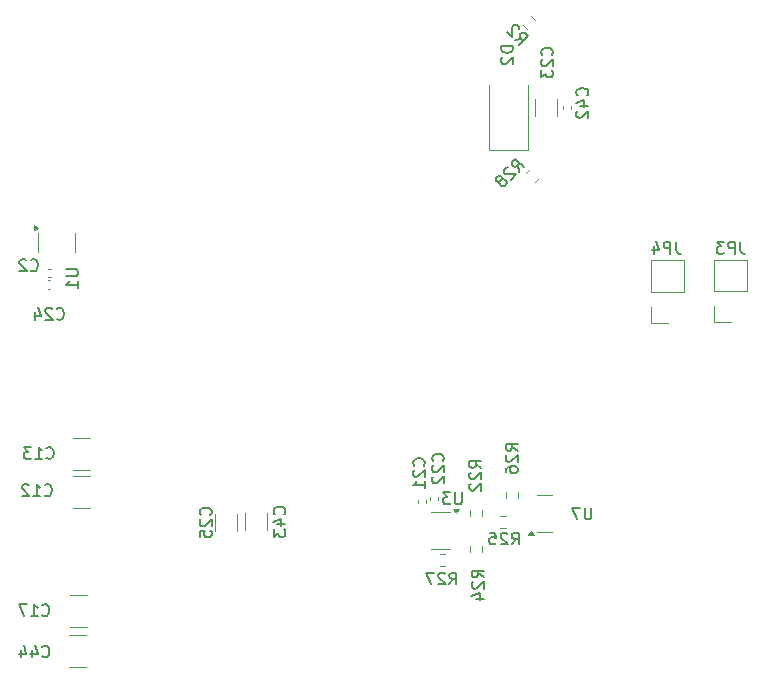
<source format=gbr>
G04 #@! TF.GenerationSoftware,KiCad,Pcbnew,9.0.1+1*
G04 #@! TF.CreationDate,2025-10-15T10:43:32+00:00*
G04 #@! TF.ProjectId,c64psu,63363470-7375-42e6-9b69-6361645f7063,rev?*
G04 #@! TF.SameCoordinates,Original*
G04 #@! TF.FileFunction,Legend,Bot*
G04 #@! TF.FilePolarity,Positive*
%FSLAX46Y46*%
G04 Gerber Fmt 4.6, Leading zero omitted, Abs format (unit mm)*
G04 Created by KiCad (PCBNEW 9.0.1+1) date 2025-10-15 10:43:32*
%MOMM*%
%LPD*%
G01*
G04 APERTURE LIST*
%ADD10C,0.150000*%
%ADD11C,0.120000*%
%ADD12C,2.500000*%
%ADD13C,1.400000*%
%ADD14C,3.600000*%
%ADD15C,5.600000*%
%ADD16R,1.700000X1.700000*%
%ADD17C,1.700000*%
%ADD18O,1.754000X1.254000*%
%ADD19O,2.154000X1.254000*%
%ADD20C,2.400000*%
%ADD21C,2.154000*%
G04 APERTURE END LIST*
D10*
X197004819Y-43486905D02*
X196004819Y-43486905D01*
X196004819Y-43486905D02*
X196004819Y-43725000D01*
X196004819Y-43725000D02*
X196052438Y-43867857D01*
X196052438Y-43867857D02*
X196147676Y-43963095D01*
X196147676Y-43963095D02*
X196242914Y-44010714D01*
X196242914Y-44010714D02*
X196433390Y-44058333D01*
X196433390Y-44058333D02*
X196576247Y-44058333D01*
X196576247Y-44058333D02*
X196766723Y-44010714D01*
X196766723Y-44010714D02*
X196861961Y-43963095D01*
X196861961Y-43963095D02*
X196957200Y-43867857D01*
X196957200Y-43867857D02*
X197004819Y-43725000D01*
X197004819Y-43725000D02*
X197004819Y-43486905D01*
X196100057Y-44439286D02*
X196052438Y-44486905D01*
X196052438Y-44486905D02*
X196004819Y-44582143D01*
X196004819Y-44582143D02*
X196004819Y-44820238D01*
X196004819Y-44820238D02*
X196052438Y-44915476D01*
X196052438Y-44915476D02*
X196100057Y-44963095D01*
X196100057Y-44963095D02*
X196195295Y-45010714D01*
X196195295Y-45010714D02*
X196290533Y-45010714D01*
X196290533Y-45010714D02*
X196433390Y-44963095D01*
X196433390Y-44963095D02*
X197004819Y-44391667D01*
X197004819Y-44391667D02*
X197004819Y-45010714D01*
X194529819Y-88457142D02*
X194053628Y-88123809D01*
X194529819Y-87885714D02*
X193529819Y-87885714D01*
X193529819Y-87885714D02*
X193529819Y-88266666D01*
X193529819Y-88266666D02*
X193577438Y-88361904D01*
X193577438Y-88361904D02*
X193625057Y-88409523D01*
X193625057Y-88409523D02*
X193720295Y-88457142D01*
X193720295Y-88457142D02*
X193863152Y-88457142D01*
X193863152Y-88457142D02*
X193958390Y-88409523D01*
X193958390Y-88409523D02*
X194006009Y-88361904D01*
X194006009Y-88361904D02*
X194053628Y-88266666D01*
X194053628Y-88266666D02*
X194053628Y-87885714D01*
X193625057Y-88838095D02*
X193577438Y-88885714D01*
X193577438Y-88885714D02*
X193529819Y-88980952D01*
X193529819Y-88980952D02*
X193529819Y-89219047D01*
X193529819Y-89219047D02*
X193577438Y-89314285D01*
X193577438Y-89314285D02*
X193625057Y-89361904D01*
X193625057Y-89361904D02*
X193720295Y-89409523D01*
X193720295Y-89409523D02*
X193815533Y-89409523D01*
X193815533Y-89409523D02*
X193958390Y-89361904D01*
X193958390Y-89361904D02*
X194529819Y-88790476D01*
X194529819Y-88790476D02*
X194529819Y-89409523D01*
X193863152Y-90266666D02*
X194529819Y-90266666D01*
X193482200Y-90028571D02*
X194196485Y-89790476D01*
X194196485Y-89790476D02*
X194196485Y-90409523D01*
X192671904Y-81274819D02*
X192671904Y-82084342D01*
X192671904Y-82084342D02*
X192624285Y-82179580D01*
X192624285Y-82179580D02*
X192576666Y-82227200D01*
X192576666Y-82227200D02*
X192481428Y-82274819D01*
X192481428Y-82274819D02*
X192290952Y-82274819D01*
X192290952Y-82274819D02*
X192195714Y-82227200D01*
X192195714Y-82227200D02*
X192148095Y-82179580D01*
X192148095Y-82179580D02*
X192100476Y-82084342D01*
X192100476Y-82084342D02*
X192100476Y-81274819D01*
X191719523Y-81274819D02*
X191100476Y-81274819D01*
X191100476Y-81274819D02*
X191433809Y-81655771D01*
X191433809Y-81655771D02*
X191290952Y-81655771D01*
X191290952Y-81655771D02*
X191195714Y-81703390D01*
X191195714Y-81703390D02*
X191148095Y-81751009D01*
X191148095Y-81751009D02*
X191100476Y-81846247D01*
X191100476Y-81846247D02*
X191100476Y-82084342D01*
X191100476Y-82084342D02*
X191148095Y-82179580D01*
X191148095Y-82179580D02*
X191195714Y-82227200D01*
X191195714Y-82227200D02*
X191290952Y-82274819D01*
X191290952Y-82274819D02*
X191576666Y-82274819D01*
X191576666Y-82274819D02*
X191671904Y-82227200D01*
X191671904Y-82227200D02*
X191719523Y-82179580D01*
X159170019Y-62382495D02*
X159979542Y-62382495D01*
X159979542Y-62382495D02*
X160074780Y-62430114D01*
X160074780Y-62430114D02*
X160122400Y-62477733D01*
X160122400Y-62477733D02*
X160170019Y-62572971D01*
X160170019Y-62572971D02*
X160170019Y-62763447D01*
X160170019Y-62763447D02*
X160122400Y-62858685D01*
X160122400Y-62858685D02*
X160074780Y-62906304D01*
X160074780Y-62906304D02*
X159979542Y-62953923D01*
X159979542Y-62953923D02*
X159170019Y-62953923D01*
X160170019Y-63953923D02*
X160170019Y-63382495D01*
X160170019Y-63668209D02*
X159170019Y-63668209D01*
X159170019Y-63668209D02*
X159312876Y-63572971D01*
X159312876Y-63572971D02*
X159408114Y-63477733D01*
X159408114Y-63477733D02*
X159455733Y-63382495D01*
X191642857Y-89054819D02*
X191976190Y-88578628D01*
X192214285Y-89054819D02*
X192214285Y-88054819D01*
X192214285Y-88054819D02*
X191833333Y-88054819D01*
X191833333Y-88054819D02*
X191738095Y-88102438D01*
X191738095Y-88102438D02*
X191690476Y-88150057D01*
X191690476Y-88150057D02*
X191642857Y-88245295D01*
X191642857Y-88245295D02*
X191642857Y-88388152D01*
X191642857Y-88388152D02*
X191690476Y-88483390D01*
X191690476Y-88483390D02*
X191738095Y-88531009D01*
X191738095Y-88531009D02*
X191833333Y-88578628D01*
X191833333Y-88578628D02*
X192214285Y-88578628D01*
X191261904Y-88150057D02*
X191214285Y-88102438D01*
X191214285Y-88102438D02*
X191119047Y-88054819D01*
X191119047Y-88054819D02*
X190880952Y-88054819D01*
X190880952Y-88054819D02*
X190785714Y-88102438D01*
X190785714Y-88102438D02*
X190738095Y-88150057D01*
X190738095Y-88150057D02*
X190690476Y-88245295D01*
X190690476Y-88245295D02*
X190690476Y-88340533D01*
X190690476Y-88340533D02*
X190738095Y-88483390D01*
X190738095Y-88483390D02*
X191309523Y-89054819D01*
X191309523Y-89054819D02*
X190690476Y-89054819D01*
X190357142Y-88054819D02*
X189690476Y-88054819D01*
X189690476Y-88054819D02*
X190119047Y-89054819D01*
X197404819Y-77732142D02*
X196928628Y-77398809D01*
X197404819Y-77160714D02*
X196404819Y-77160714D01*
X196404819Y-77160714D02*
X196404819Y-77541666D01*
X196404819Y-77541666D02*
X196452438Y-77636904D01*
X196452438Y-77636904D02*
X196500057Y-77684523D01*
X196500057Y-77684523D02*
X196595295Y-77732142D01*
X196595295Y-77732142D02*
X196738152Y-77732142D01*
X196738152Y-77732142D02*
X196833390Y-77684523D01*
X196833390Y-77684523D02*
X196881009Y-77636904D01*
X196881009Y-77636904D02*
X196928628Y-77541666D01*
X196928628Y-77541666D02*
X196928628Y-77160714D01*
X196500057Y-78113095D02*
X196452438Y-78160714D01*
X196452438Y-78160714D02*
X196404819Y-78255952D01*
X196404819Y-78255952D02*
X196404819Y-78494047D01*
X196404819Y-78494047D02*
X196452438Y-78589285D01*
X196452438Y-78589285D02*
X196500057Y-78636904D01*
X196500057Y-78636904D02*
X196595295Y-78684523D01*
X196595295Y-78684523D02*
X196690533Y-78684523D01*
X196690533Y-78684523D02*
X196833390Y-78636904D01*
X196833390Y-78636904D02*
X197404819Y-78065476D01*
X197404819Y-78065476D02*
X197404819Y-78684523D01*
X196404819Y-79541666D02*
X196404819Y-79351190D01*
X196404819Y-79351190D02*
X196452438Y-79255952D01*
X196452438Y-79255952D02*
X196500057Y-79208333D01*
X196500057Y-79208333D02*
X196642914Y-79113095D01*
X196642914Y-79113095D02*
X196833390Y-79065476D01*
X196833390Y-79065476D02*
X197214342Y-79065476D01*
X197214342Y-79065476D02*
X197309580Y-79113095D01*
X197309580Y-79113095D02*
X197357200Y-79160714D01*
X197357200Y-79160714D02*
X197404819Y-79255952D01*
X197404819Y-79255952D02*
X197404819Y-79446428D01*
X197404819Y-79446428D02*
X197357200Y-79541666D01*
X197357200Y-79541666D02*
X197309580Y-79589285D01*
X197309580Y-79589285D02*
X197214342Y-79636904D01*
X197214342Y-79636904D02*
X196976247Y-79636904D01*
X196976247Y-79636904D02*
X196881009Y-79589285D01*
X196881009Y-79589285D02*
X196833390Y-79541666D01*
X196833390Y-79541666D02*
X196785771Y-79446428D01*
X196785771Y-79446428D02*
X196785771Y-79255952D01*
X196785771Y-79255952D02*
X196833390Y-79160714D01*
X196833390Y-79160714D02*
X196881009Y-79113095D01*
X196881009Y-79113095D02*
X196976247Y-79065476D01*
X157157657Y-95152380D02*
X157205276Y-95200000D01*
X157205276Y-95200000D02*
X157348133Y-95247619D01*
X157348133Y-95247619D02*
X157443371Y-95247619D01*
X157443371Y-95247619D02*
X157586228Y-95200000D01*
X157586228Y-95200000D02*
X157681466Y-95104761D01*
X157681466Y-95104761D02*
X157729085Y-95009523D01*
X157729085Y-95009523D02*
X157776704Y-94819047D01*
X157776704Y-94819047D02*
X157776704Y-94676190D01*
X157776704Y-94676190D02*
X157729085Y-94485714D01*
X157729085Y-94485714D02*
X157681466Y-94390476D01*
X157681466Y-94390476D02*
X157586228Y-94295238D01*
X157586228Y-94295238D02*
X157443371Y-94247619D01*
X157443371Y-94247619D02*
X157348133Y-94247619D01*
X157348133Y-94247619D02*
X157205276Y-94295238D01*
X157205276Y-94295238D02*
X157157657Y-94342857D01*
X156300514Y-94580952D02*
X156300514Y-95247619D01*
X156538609Y-94200000D02*
X156776704Y-94914285D01*
X156776704Y-94914285D02*
X156157657Y-94914285D01*
X155348133Y-94580952D02*
X155348133Y-95247619D01*
X155586228Y-94200000D02*
X155824323Y-94914285D01*
X155824323Y-94914285D02*
X155205276Y-94914285D01*
X157513257Y-78337580D02*
X157560876Y-78385200D01*
X157560876Y-78385200D02*
X157703733Y-78432819D01*
X157703733Y-78432819D02*
X157798971Y-78432819D01*
X157798971Y-78432819D02*
X157941828Y-78385200D01*
X157941828Y-78385200D02*
X158037066Y-78289961D01*
X158037066Y-78289961D02*
X158084685Y-78194723D01*
X158084685Y-78194723D02*
X158132304Y-78004247D01*
X158132304Y-78004247D02*
X158132304Y-77861390D01*
X158132304Y-77861390D02*
X158084685Y-77670914D01*
X158084685Y-77670914D02*
X158037066Y-77575676D01*
X158037066Y-77575676D02*
X157941828Y-77480438D01*
X157941828Y-77480438D02*
X157798971Y-77432819D01*
X157798971Y-77432819D02*
X157703733Y-77432819D01*
X157703733Y-77432819D02*
X157560876Y-77480438D01*
X157560876Y-77480438D02*
X157513257Y-77528057D01*
X156560876Y-78432819D02*
X157132304Y-78432819D01*
X156846590Y-78432819D02*
X156846590Y-77432819D01*
X156846590Y-77432819D02*
X156941828Y-77575676D01*
X156941828Y-77575676D02*
X157037066Y-77670914D01*
X157037066Y-77670914D02*
X157132304Y-77718533D01*
X156227542Y-77432819D02*
X155608495Y-77432819D01*
X155608495Y-77432819D02*
X155941828Y-77813771D01*
X155941828Y-77813771D02*
X155798971Y-77813771D01*
X155798971Y-77813771D02*
X155703733Y-77861390D01*
X155703733Y-77861390D02*
X155656114Y-77909009D01*
X155656114Y-77909009D02*
X155608495Y-78004247D01*
X155608495Y-78004247D02*
X155608495Y-78242342D01*
X155608495Y-78242342D02*
X155656114Y-78337580D01*
X155656114Y-78337580D02*
X155703733Y-78385200D01*
X155703733Y-78385200D02*
X155798971Y-78432819D01*
X155798971Y-78432819D02*
X156084685Y-78432819D01*
X156084685Y-78432819D02*
X156179923Y-78385200D01*
X156179923Y-78385200D02*
X156227542Y-78337580D01*
X177651580Y-83119358D02*
X177699200Y-83071739D01*
X177699200Y-83071739D02*
X177746819Y-82928882D01*
X177746819Y-82928882D02*
X177746819Y-82833644D01*
X177746819Y-82833644D02*
X177699200Y-82690787D01*
X177699200Y-82690787D02*
X177603961Y-82595549D01*
X177603961Y-82595549D02*
X177508723Y-82547930D01*
X177508723Y-82547930D02*
X177318247Y-82500311D01*
X177318247Y-82500311D02*
X177175390Y-82500311D01*
X177175390Y-82500311D02*
X176984914Y-82547930D01*
X176984914Y-82547930D02*
X176889676Y-82595549D01*
X176889676Y-82595549D02*
X176794438Y-82690787D01*
X176794438Y-82690787D02*
X176746819Y-82833644D01*
X176746819Y-82833644D02*
X176746819Y-82928882D01*
X176746819Y-82928882D02*
X176794438Y-83071739D01*
X176794438Y-83071739D02*
X176842057Y-83119358D01*
X177080152Y-83976501D02*
X177746819Y-83976501D01*
X176699200Y-83738406D02*
X177413485Y-83500311D01*
X177413485Y-83500311D02*
X177413485Y-84119358D01*
X176746819Y-84405073D02*
X176746819Y-85024120D01*
X176746819Y-85024120D02*
X177127771Y-84690787D01*
X177127771Y-84690787D02*
X177127771Y-84833644D01*
X177127771Y-84833644D02*
X177175390Y-84928882D01*
X177175390Y-84928882D02*
X177223009Y-84976501D01*
X177223009Y-84976501D02*
X177318247Y-85024120D01*
X177318247Y-85024120D02*
X177556342Y-85024120D01*
X177556342Y-85024120D02*
X177651580Y-84976501D01*
X177651580Y-84976501D02*
X177699200Y-84928882D01*
X177699200Y-84928882D02*
X177746819Y-84833644D01*
X177746819Y-84833644D02*
X177746819Y-84547930D01*
X177746819Y-84547930D02*
X177699200Y-84452692D01*
X177699200Y-84452692D02*
X177651580Y-84405073D01*
X197526174Y-54117036D02*
X197425159Y-53544617D01*
X197930235Y-53712975D02*
X197223128Y-53005869D01*
X197223128Y-53005869D02*
X196953754Y-53275243D01*
X196953754Y-53275243D02*
X196920082Y-53376258D01*
X196920082Y-53376258D02*
X196920082Y-53443601D01*
X196920082Y-53443601D02*
X196953754Y-53544617D01*
X196953754Y-53544617D02*
X197054769Y-53645632D01*
X197054769Y-53645632D02*
X197155785Y-53679304D01*
X197155785Y-53679304D02*
X197223128Y-53679304D01*
X197223128Y-53679304D02*
X197324143Y-53645632D01*
X197324143Y-53645632D02*
X197593517Y-53376258D01*
X196617037Y-53746647D02*
X196549693Y-53746647D01*
X196549693Y-53746647D02*
X196448678Y-53780319D01*
X196448678Y-53780319D02*
X196280319Y-53948678D01*
X196280319Y-53948678D02*
X196246647Y-54049693D01*
X196246647Y-54049693D02*
X196246647Y-54117036D01*
X196246647Y-54117036D02*
X196280319Y-54218052D01*
X196280319Y-54218052D02*
X196347663Y-54285395D01*
X196347663Y-54285395D02*
X196482350Y-54352739D01*
X196482350Y-54352739D02*
X197290472Y-54352739D01*
X197290472Y-54352739D02*
X196852739Y-54790471D01*
X196044617Y-54790472D02*
X196078288Y-54689456D01*
X196078288Y-54689456D02*
X196078288Y-54622113D01*
X196078288Y-54622113D02*
X196044617Y-54521098D01*
X196044617Y-54521098D02*
X196010945Y-54487426D01*
X196010945Y-54487426D02*
X195909930Y-54453754D01*
X195909930Y-54453754D02*
X195842586Y-54453754D01*
X195842586Y-54453754D02*
X195741571Y-54487426D01*
X195741571Y-54487426D02*
X195606884Y-54622113D01*
X195606884Y-54622113D02*
X195573212Y-54723128D01*
X195573212Y-54723128D02*
X195573212Y-54790472D01*
X195573212Y-54790472D02*
X195606884Y-54891487D01*
X195606884Y-54891487D02*
X195640556Y-54925159D01*
X195640556Y-54925159D02*
X195741571Y-54958830D01*
X195741571Y-54958830D02*
X195808914Y-54958830D01*
X195808914Y-54958830D02*
X195909930Y-54925159D01*
X195909930Y-54925159D02*
X196044617Y-54790472D01*
X196044617Y-54790472D02*
X196145632Y-54756800D01*
X196145632Y-54756800D02*
X196212975Y-54756800D01*
X196212975Y-54756800D02*
X196313991Y-54790472D01*
X196313991Y-54790472D02*
X196448678Y-54925159D01*
X196448678Y-54925159D02*
X196482349Y-55026174D01*
X196482349Y-55026174D02*
X196482349Y-55093517D01*
X196482349Y-55093517D02*
X196448678Y-55194533D01*
X196448678Y-55194533D02*
X196313991Y-55329220D01*
X196313991Y-55329220D02*
X196212975Y-55362891D01*
X196212975Y-55362891D02*
X196145632Y-55362891D01*
X196145632Y-55362891D02*
X196044617Y-55329220D01*
X196044617Y-55329220D02*
X195909930Y-55194533D01*
X195909930Y-55194533D02*
X195876258Y-55093517D01*
X195876258Y-55093517D02*
X195876258Y-55026174D01*
X195876258Y-55026174D02*
X195909930Y-54925159D01*
X200309580Y-44232142D02*
X200357200Y-44184523D01*
X200357200Y-44184523D02*
X200404819Y-44041666D01*
X200404819Y-44041666D02*
X200404819Y-43946428D01*
X200404819Y-43946428D02*
X200357200Y-43803571D01*
X200357200Y-43803571D02*
X200261961Y-43708333D01*
X200261961Y-43708333D02*
X200166723Y-43660714D01*
X200166723Y-43660714D02*
X199976247Y-43613095D01*
X199976247Y-43613095D02*
X199833390Y-43613095D01*
X199833390Y-43613095D02*
X199642914Y-43660714D01*
X199642914Y-43660714D02*
X199547676Y-43708333D01*
X199547676Y-43708333D02*
X199452438Y-43803571D01*
X199452438Y-43803571D02*
X199404819Y-43946428D01*
X199404819Y-43946428D02*
X199404819Y-44041666D01*
X199404819Y-44041666D02*
X199452438Y-44184523D01*
X199452438Y-44184523D02*
X199500057Y-44232142D01*
X199500057Y-44613095D02*
X199452438Y-44660714D01*
X199452438Y-44660714D02*
X199404819Y-44755952D01*
X199404819Y-44755952D02*
X199404819Y-44994047D01*
X199404819Y-44994047D02*
X199452438Y-45089285D01*
X199452438Y-45089285D02*
X199500057Y-45136904D01*
X199500057Y-45136904D02*
X199595295Y-45184523D01*
X199595295Y-45184523D02*
X199690533Y-45184523D01*
X199690533Y-45184523D02*
X199833390Y-45136904D01*
X199833390Y-45136904D02*
X200404819Y-44565476D01*
X200404819Y-44565476D02*
X200404819Y-45184523D01*
X199404819Y-45517857D02*
X199404819Y-46136904D01*
X199404819Y-46136904D02*
X199785771Y-45803571D01*
X199785771Y-45803571D02*
X199785771Y-45946428D01*
X199785771Y-45946428D02*
X199833390Y-46041666D01*
X199833390Y-46041666D02*
X199881009Y-46089285D01*
X199881009Y-46089285D02*
X199976247Y-46136904D01*
X199976247Y-46136904D02*
X200214342Y-46136904D01*
X200214342Y-46136904D02*
X200309580Y-46089285D01*
X200309580Y-46089285D02*
X200357200Y-46041666D01*
X200357200Y-46041666D02*
X200404819Y-45946428D01*
X200404819Y-45946428D02*
X200404819Y-45660714D01*
X200404819Y-45660714D02*
X200357200Y-45565476D01*
X200357200Y-45565476D02*
X200309580Y-45517857D01*
X158376857Y-66551980D02*
X158424476Y-66599600D01*
X158424476Y-66599600D02*
X158567333Y-66647219D01*
X158567333Y-66647219D02*
X158662571Y-66647219D01*
X158662571Y-66647219D02*
X158805428Y-66599600D01*
X158805428Y-66599600D02*
X158900666Y-66504361D01*
X158900666Y-66504361D02*
X158948285Y-66409123D01*
X158948285Y-66409123D02*
X158995904Y-66218647D01*
X158995904Y-66218647D02*
X158995904Y-66075790D01*
X158995904Y-66075790D02*
X158948285Y-65885314D01*
X158948285Y-65885314D02*
X158900666Y-65790076D01*
X158900666Y-65790076D02*
X158805428Y-65694838D01*
X158805428Y-65694838D02*
X158662571Y-65647219D01*
X158662571Y-65647219D02*
X158567333Y-65647219D01*
X158567333Y-65647219D02*
X158424476Y-65694838D01*
X158424476Y-65694838D02*
X158376857Y-65742457D01*
X157995904Y-65742457D02*
X157948285Y-65694838D01*
X157948285Y-65694838D02*
X157853047Y-65647219D01*
X157853047Y-65647219D02*
X157614952Y-65647219D01*
X157614952Y-65647219D02*
X157519714Y-65694838D01*
X157519714Y-65694838D02*
X157472095Y-65742457D01*
X157472095Y-65742457D02*
X157424476Y-65837695D01*
X157424476Y-65837695D02*
X157424476Y-65932933D01*
X157424476Y-65932933D02*
X157472095Y-66075790D01*
X157472095Y-66075790D02*
X158043523Y-66647219D01*
X158043523Y-66647219D02*
X157424476Y-66647219D01*
X156567333Y-65980552D02*
X156567333Y-66647219D01*
X156805428Y-65599600D02*
X157043523Y-66313885D01*
X157043523Y-66313885D02*
X156424476Y-66313885D01*
X157360857Y-81487180D02*
X157408476Y-81534800D01*
X157408476Y-81534800D02*
X157551333Y-81582419D01*
X157551333Y-81582419D02*
X157646571Y-81582419D01*
X157646571Y-81582419D02*
X157789428Y-81534800D01*
X157789428Y-81534800D02*
X157884666Y-81439561D01*
X157884666Y-81439561D02*
X157932285Y-81344323D01*
X157932285Y-81344323D02*
X157979904Y-81153847D01*
X157979904Y-81153847D02*
X157979904Y-81010990D01*
X157979904Y-81010990D02*
X157932285Y-80820514D01*
X157932285Y-80820514D02*
X157884666Y-80725276D01*
X157884666Y-80725276D02*
X157789428Y-80630038D01*
X157789428Y-80630038D02*
X157646571Y-80582419D01*
X157646571Y-80582419D02*
X157551333Y-80582419D01*
X157551333Y-80582419D02*
X157408476Y-80630038D01*
X157408476Y-80630038D02*
X157360857Y-80677657D01*
X156408476Y-81582419D02*
X156979904Y-81582419D01*
X156694190Y-81582419D02*
X156694190Y-80582419D01*
X156694190Y-80582419D02*
X156789428Y-80725276D01*
X156789428Y-80725276D02*
X156884666Y-80820514D01*
X156884666Y-80820514D02*
X156979904Y-80868133D01*
X156027523Y-80677657D02*
X155979904Y-80630038D01*
X155979904Y-80630038D02*
X155884666Y-80582419D01*
X155884666Y-80582419D02*
X155646571Y-80582419D01*
X155646571Y-80582419D02*
X155551333Y-80630038D01*
X155551333Y-80630038D02*
X155503714Y-80677657D01*
X155503714Y-80677657D02*
X155456095Y-80772895D01*
X155456095Y-80772895D02*
X155456095Y-80868133D01*
X155456095Y-80868133D02*
X155503714Y-81010990D01*
X155503714Y-81010990D02*
X156075142Y-81582419D01*
X156075142Y-81582419D02*
X155456095Y-81582419D01*
X157157657Y-91647180D02*
X157205276Y-91694800D01*
X157205276Y-91694800D02*
X157348133Y-91742419D01*
X157348133Y-91742419D02*
X157443371Y-91742419D01*
X157443371Y-91742419D02*
X157586228Y-91694800D01*
X157586228Y-91694800D02*
X157681466Y-91599561D01*
X157681466Y-91599561D02*
X157729085Y-91504323D01*
X157729085Y-91504323D02*
X157776704Y-91313847D01*
X157776704Y-91313847D02*
X157776704Y-91170990D01*
X157776704Y-91170990D02*
X157729085Y-90980514D01*
X157729085Y-90980514D02*
X157681466Y-90885276D01*
X157681466Y-90885276D02*
X157586228Y-90790038D01*
X157586228Y-90790038D02*
X157443371Y-90742419D01*
X157443371Y-90742419D02*
X157348133Y-90742419D01*
X157348133Y-90742419D02*
X157205276Y-90790038D01*
X157205276Y-90790038D02*
X157157657Y-90837657D01*
X156205276Y-91742419D02*
X156776704Y-91742419D01*
X156490990Y-91742419D02*
X156490990Y-90742419D01*
X156490990Y-90742419D02*
X156586228Y-90885276D01*
X156586228Y-90885276D02*
X156681466Y-90980514D01*
X156681466Y-90980514D02*
X156776704Y-91028133D01*
X155871942Y-90742419D02*
X155205276Y-90742419D01*
X155205276Y-90742419D02*
X155633847Y-91742419D01*
X196917857Y-85679819D02*
X197251190Y-85203628D01*
X197489285Y-85679819D02*
X197489285Y-84679819D01*
X197489285Y-84679819D02*
X197108333Y-84679819D01*
X197108333Y-84679819D02*
X197013095Y-84727438D01*
X197013095Y-84727438D02*
X196965476Y-84775057D01*
X196965476Y-84775057D02*
X196917857Y-84870295D01*
X196917857Y-84870295D02*
X196917857Y-85013152D01*
X196917857Y-85013152D02*
X196965476Y-85108390D01*
X196965476Y-85108390D02*
X197013095Y-85156009D01*
X197013095Y-85156009D02*
X197108333Y-85203628D01*
X197108333Y-85203628D02*
X197489285Y-85203628D01*
X196536904Y-84775057D02*
X196489285Y-84727438D01*
X196489285Y-84727438D02*
X196394047Y-84679819D01*
X196394047Y-84679819D02*
X196155952Y-84679819D01*
X196155952Y-84679819D02*
X196060714Y-84727438D01*
X196060714Y-84727438D02*
X196013095Y-84775057D01*
X196013095Y-84775057D02*
X195965476Y-84870295D01*
X195965476Y-84870295D02*
X195965476Y-84965533D01*
X195965476Y-84965533D02*
X196013095Y-85108390D01*
X196013095Y-85108390D02*
X196584523Y-85679819D01*
X196584523Y-85679819D02*
X195965476Y-85679819D01*
X195060714Y-84679819D02*
X195536904Y-84679819D01*
X195536904Y-84679819D02*
X195584523Y-85156009D01*
X195584523Y-85156009D02*
X195536904Y-85108390D01*
X195536904Y-85108390D02*
X195441666Y-85060771D01*
X195441666Y-85060771D02*
X195203571Y-85060771D01*
X195203571Y-85060771D02*
X195108333Y-85108390D01*
X195108333Y-85108390D02*
X195060714Y-85156009D01*
X195060714Y-85156009D02*
X195013095Y-85251247D01*
X195013095Y-85251247D02*
X195013095Y-85489342D01*
X195013095Y-85489342D02*
X195060714Y-85584580D01*
X195060714Y-85584580D02*
X195108333Y-85632200D01*
X195108333Y-85632200D02*
X195203571Y-85679819D01*
X195203571Y-85679819D02*
X195441666Y-85679819D01*
X195441666Y-85679819D02*
X195536904Y-85632200D01*
X195536904Y-85632200D02*
X195584523Y-85584580D01*
X216276133Y-60059219D02*
X216276133Y-60773504D01*
X216276133Y-60773504D02*
X216323752Y-60916361D01*
X216323752Y-60916361D02*
X216418990Y-61011600D01*
X216418990Y-61011600D02*
X216561847Y-61059219D01*
X216561847Y-61059219D02*
X216657085Y-61059219D01*
X215799942Y-61059219D02*
X215799942Y-60059219D01*
X215799942Y-60059219D02*
X215418990Y-60059219D01*
X215418990Y-60059219D02*
X215323752Y-60106838D01*
X215323752Y-60106838D02*
X215276133Y-60154457D01*
X215276133Y-60154457D02*
X215228514Y-60249695D01*
X215228514Y-60249695D02*
X215228514Y-60392552D01*
X215228514Y-60392552D02*
X215276133Y-60487790D01*
X215276133Y-60487790D02*
X215323752Y-60535409D01*
X215323752Y-60535409D02*
X215418990Y-60583028D01*
X215418990Y-60583028D02*
X215799942Y-60583028D01*
X214895180Y-60059219D02*
X214276133Y-60059219D01*
X214276133Y-60059219D02*
X214609466Y-60440171D01*
X214609466Y-60440171D02*
X214466609Y-60440171D01*
X214466609Y-60440171D02*
X214371371Y-60487790D01*
X214371371Y-60487790D02*
X214323752Y-60535409D01*
X214323752Y-60535409D02*
X214276133Y-60630647D01*
X214276133Y-60630647D02*
X214276133Y-60868742D01*
X214276133Y-60868742D02*
X214323752Y-60963980D01*
X214323752Y-60963980D02*
X214371371Y-61011600D01*
X214371371Y-61011600D02*
X214466609Y-61059219D01*
X214466609Y-61059219D02*
X214752323Y-61059219D01*
X214752323Y-61059219D02*
X214847561Y-61011600D01*
X214847561Y-61011600D02*
X214895180Y-60963980D01*
X189459580Y-79007142D02*
X189507200Y-78959523D01*
X189507200Y-78959523D02*
X189554819Y-78816666D01*
X189554819Y-78816666D02*
X189554819Y-78721428D01*
X189554819Y-78721428D02*
X189507200Y-78578571D01*
X189507200Y-78578571D02*
X189411961Y-78483333D01*
X189411961Y-78483333D02*
X189316723Y-78435714D01*
X189316723Y-78435714D02*
X189126247Y-78388095D01*
X189126247Y-78388095D02*
X188983390Y-78388095D01*
X188983390Y-78388095D02*
X188792914Y-78435714D01*
X188792914Y-78435714D02*
X188697676Y-78483333D01*
X188697676Y-78483333D02*
X188602438Y-78578571D01*
X188602438Y-78578571D02*
X188554819Y-78721428D01*
X188554819Y-78721428D02*
X188554819Y-78816666D01*
X188554819Y-78816666D02*
X188602438Y-78959523D01*
X188602438Y-78959523D02*
X188650057Y-79007142D01*
X188650057Y-79388095D02*
X188602438Y-79435714D01*
X188602438Y-79435714D02*
X188554819Y-79530952D01*
X188554819Y-79530952D02*
X188554819Y-79769047D01*
X188554819Y-79769047D02*
X188602438Y-79864285D01*
X188602438Y-79864285D02*
X188650057Y-79911904D01*
X188650057Y-79911904D02*
X188745295Y-79959523D01*
X188745295Y-79959523D02*
X188840533Y-79959523D01*
X188840533Y-79959523D02*
X188983390Y-79911904D01*
X188983390Y-79911904D02*
X189554819Y-79340476D01*
X189554819Y-79340476D02*
X189554819Y-79959523D01*
X189554819Y-80911904D02*
X189554819Y-80340476D01*
X189554819Y-80626190D02*
X188554819Y-80626190D01*
X188554819Y-80626190D02*
X188697676Y-80530952D01*
X188697676Y-80530952D02*
X188792914Y-80435714D01*
X188792914Y-80435714D02*
X188840533Y-80340476D01*
X203657104Y-82563619D02*
X203657104Y-83373142D01*
X203657104Y-83373142D02*
X203609485Y-83468380D01*
X203609485Y-83468380D02*
X203561866Y-83516000D01*
X203561866Y-83516000D02*
X203466628Y-83563619D01*
X203466628Y-83563619D02*
X203276152Y-83563619D01*
X203276152Y-83563619D02*
X203180914Y-83516000D01*
X203180914Y-83516000D02*
X203133295Y-83468380D01*
X203133295Y-83468380D02*
X203085676Y-83373142D01*
X203085676Y-83373142D02*
X203085676Y-82563619D01*
X202704723Y-82563619D02*
X202038057Y-82563619D01*
X202038057Y-82563619D02*
X202466628Y-83563619D01*
X171403180Y-83170884D02*
X171450800Y-83123265D01*
X171450800Y-83123265D02*
X171498419Y-82980408D01*
X171498419Y-82980408D02*
X171498419Y-82885170D01*
X171498419Y-82885170D02*
X171450800Y-82742313D01*
X171450800Y-82742313D02*
X171355561Y-82647075D01*
X171355561Y-82647075D02*
X171260323Y-82599456D01*
X171260323Y-82599456D02*
X171069847Y-82551837D01*
X171069847Y-82551837D02*
X170926990Y-82551837D01*
X170926990Y-82551837D02*
X170736514Y-82599456D01*
X170736514Y-82599456D02*
X170641276Y-82647075D01*
X170641276Y-82647075D02*
X170546038Y-82742313D01*
X170546038Y-82742313D02*
X170498419Y-82885170D01*
X170498419Y-82885170D02*
X170498419Y-82980408D01*
X170498419Y-82980408D02*
X170546038Y-83123265D01*
X170546038Y-83123265D02*
X170593657Y-83170884D01*
X170593657Y-83551837D02*
X170546038Y-83599456D01*
X170546038Y-83599456D02*
X170498419Y-83694694D01*
X170498419Y-83694694D02*
X170498419Y-83932789D01*
X170498419Y-83932789D02*
X170546038Y-84028027D01*
X170546038Y-84028027D02*
X170593657Y-84075646D01*
X170593657Y-84075646D02*
X170688895Y-84123265D01*
X170688895Y-84123265D02*
X170784133Y-84123265D01*
X170784133Y-84123265D02*
X170926990Y-84075646D01*
X170926990Y-84075646D02*
X171498419Y-83504218D01*
X171498419Y-83504218D02*
X171498419Y-84123265D01*
X170498419Y-85028027D02*
X170498419Y-84551837D01*
X170498419Y-84551837D02*
X170974609Y-84504218D01*
X170974609Y-84504218D02*
X170926990Y-84551837D01*
X170926990Y-84551837D02*
X170879371Y-84647075D01*
X170879371Y-84647075D02*
X170879371Y-84885170D01*
X170879371Y-84885170D02*
X170926990Y-84980408D01*
X170926990Y-84980408D02*
X170974609Y-85028027D01*
X170974609Y-85028027D02*
X171069847Y-85075646D01*
X171069847Y-85075646D02*
X171307942Y-85075646D01*
X171307942Y-85075646D02*
X171403180Y-85028027D01*
X171403180Y-85028027D02*
X171450800Y-84980408D01*
X171450800Y-84980408D02*
X171498419Y-84885170D01*
X171498419Y-84885170D02*
X171498419Y-84647075D01*
X171498419Y-84647075D02*
X171450800Y-84551837D01*
X171450800Y-84551837D02*
X171403180Y-84504218D01*
X203296657Y-47661482D02*
X203344277Y-47613863D01*
X203344277Y-47613863D02*
X203391896Y-47471006D01*
X203391896Y-47471006D02*
X203391896Y-47375768D01*
X203391896Y-47375768D02*
X203344277Y-47232911D01*
X203344277Y-47232911D02*
X203249038Y-47137673D01*
X203249038Y-47137673D02*
X203153800Y-47090054D01*
X203153800Y-47090054D02*
X202963324Y-47042435D01*
X202963324Y-47042435D02*
X202820467Y-47042435D01*
X202820467Y-47042435D02*
X202629991Y-47090054D01*
X202629991Y-47090054D02*
X202534753Y-47137673D01*
X202534753Y-47137673D02*
X202439515Y-47232911D01*
X202439515Y-47232911D02*
X202391896Y-47375768D01*
X202391896Y-47375768D02*
X202391896Y-47471006D01*
X202391896Y-47471006D02*
X202439515Y-47613863D01*
X202439515Y-47613863D02*
X202487134Y-47661482D01*
X202725229Y-48518625D02*
X203391896Y-48518625D01*
X202344277Y-48280530D02*
X203058562Y-48042435D01*
X203058562Y-48042435D02*
X203058562Y-48661482D01*
X202487134Y-48994816D02*
X202439515Y-49042435D01*
X202439515Y-49042435D02*
X202391896Y-49137673D01*
X202391896Y-49137673D02*
X202391896Y-49375768D01*
X202391896Y-49375768D02*
X202439515Y-49471006D01*
X202439515Y-49471006D02*
X202487134Y-49518625D01*
X202487134Y-49518625D02*
X202582372Y-49566244D01*
X202582372Y-49566244D02*
X202677610Y-49566244D01*
X202677610Y-49566244D02*
X202820467Y-49518625D01*
X202820467Y-49518625D02*
X203391896Y-48947197D01*
X203391896Y-48947197D02*
X203391896Y-49566244D01*
X191084580Y-78607142D02*
X191132200Y-78559523D01*
X191132200Y-78559523D02*
X191179819Y-78416666D01*
X191179819Y-78416666D02*
X191179819Y-78321428D01*
X191179819Y-78321428D02*
X191132200Y-78178571D01*
X191132200Y-78178571D02*
X191036961Y-78083333D01*
X191036961Y-78083333D02*
X190941723Y-78035714D01*
X190941723Y-78035714D02*
X190751247Y-77988095D01*
X190751247Y-77988095D02*
X190608390Y-77988095D01*
X190608390Y-77988095D02*
X190417914Y-78035714D01*
X190417914Y-78035714D02*
X190322676Y-78083333D01*
X190322676Y-78083333D02*
X190227438Y-78178571D01*
X190227438Y-78178571D02*
X190179819Y-78321428D01*
X190179819Y-78321428D02*
X190179819Y-78416666D01*
X190179819Y-78416666D02*
X190227438Y-78559523D01*
X190227438Y-78559523D02*
X190275057Y-78607142D01*
X190275057Y-78988095D02*
X190227438Y-79035714D01*
X190227438Y-79035714D02*
X190179819Y-79130952D01*
X190179819Y-79130952D02*
X190179819Y-79369047D01*
X190179819Y-79369047D02*
X190227438Y-79464285D01*
X190227438Y-79464285D02*
X190275057Y-79511904D01*
X190275057Y-79511904D02*
X190370295Y-79559523D01*
X190370295Y-79559523D02*
X190465533Y-79559523D01*
X190465533Y-79559523D02*
X190608390Y-79511904D01*
X190608390Y-79511904D02*
X191179819Y-78940476D01*
X191179819Y-78940476D02*
X191179819Y-79559523D01*
X190275057Y-79940476D02*
X190227438Y-79988095D01*
X190227438Y-79988095D02*
X190179819Y-80083333D01*
X190179819Y-80083333D02*
X190179819Y-80321428D01*
X190179819Y-80321428D02*
X190227438Y-80416666D01*
X190227438Y-80416666D02*
X190275057Y-80464285D01*
X190275057Y-80464285D02*
X190370295Y-80511904D01*
X190370295Y-80511904D02*
X190465533Y-80511904D01*
X190465533Y-80511904D02*
X190608390Y-80464285D01*
X190608390Y-80464285D02*
X191179819Y-79892857D01*
X191179819Y-79892857D02*
X191179819Y-80511904D01*
X197159082Y-42954219D02*
X197731501Y-42853204D01*
X197563143Y-43358280D02*
X198270249Y-42651173D01*
X198270249Y-42651173D02*
X198000875Y-42381799D01*
X198000875Y-42381799D02*
X197899860Y-42348127D01*
X197899860Y-42348127D02*
X197832517Y-42348127D01*
X197832517Y-42348127D02*
X197731501Y-42381799D01*
X197731501Y-42381799D02*
X197630486Y-42482814D01*
X197630486Y-42482814D02*
X197596814Y-42583830D01*
X197596814Y-42583830D02*
X197596814Y-42651173D01*
X197596814Y-42651173D02*
X197630486Y-42752188D01*
X197630486Y-42752188D02*
X197899860Y-43021562D01*
X197529471Y-42045082D02*
X197529471Y-41977738D01*
X197529471Y-41977738D02*
X197495799Y-41876723D01*
X197495799Y-41876723D02*
X197327440Y-41708364D01*
X197327440Y-41708364D02*
X197226425Y-41674692D01*
X197226425Y-41674692D02*
X197159082Y-41674692D01*
X197159082Y-41674692D02*
X197058066Y-41708364D01*
X197058066Y-41708364D02*
X196990723Y-41775708D01*
X196990723Y-41775708D02*
X196923379Y-41910395D01*
X196923379Y-41910395D02*
X196923379Y-42718517D01*
X196923379Y-42718517D02*
X196485647Y-42280784D01*
X210823085Y-60059219D02*
X210823085Y-60773504D01*
X210823085Y-60773504D02*
X210870704Y-60916361D01*
X210870704Y-60916361D02*
X210965942Y-61011600D01*
X210965942Y-61011600D02*
X211108799Y-61059219D01*
X211108799Y-61059219D02*
X211204037Y-61059219D01*
X210346894Y-61059219D02*
X210346894Y-60059219D01*
X210346894Y-60059219D02*
X209965942Y-60059219D01*
X209965942Y-60059219D02*
X209870704Y-60106838D01*
X209870704Y-60106838D02*
X209823085Y-60154457D01*
X209823085Y-60154457D02*
X209775466Y-60249695D01*
X209775466Y-60249695D02*
X209775466Y-60392552D01*
X209775466Y-60392552D02*
X209823085Y-60487790D01*
X209823085Y-60487790D02*
X209870704Y-60535409D01*
X209870704Y-60535409D02*
X209965942Y-60583028D01*
X209965942Y-60583028D02*
X210346894Y-60583028D01*
X208918323Y-60392552D02*
X208918323Y-61059219D01*
X209156418Y-60011600D02*
X209394513Y-60725885D01*
X209394513Y-60725885D02*
X208775466Y-60725885D01*
X156178666Y-62437180D02*
X156226285Y-62484800D01*
X156226285Y-62484800D02*
X156369142Y-62532419D01*
X156369142Y-62532419D02*
X156464380Y-62532419D01*
X156464380Y-62532419D02*
X156607237Y-62484800D01*
X156607237Y-62484800D02*
X156702475Y-62389561D01*
X156702475Y-62389561D02*
X156750094Y-62294323D01*
X156750094Y-62294323D02*
X156797713Y-62103847D01*
X156797713Y-62103847D02*
X156797713Y-61960990D01*
X156797713Y-61960990D02*
X156750094Y-61770514D01*
X156750094Y-61770514D02*
X156702475Y-61675276D01*
X156702475Y-61675276D02*
X156607237Y-61580038D01*
X156607237Y-61580038D02*
X156464380Y-61532419D01*
X156464380Y-61532419D02*
X156369142Y-61532419D01*
X156369142Y-61532419D02*
X156226285Y-61580038D01*
X156226285Y-61580038D02*
X156178666Y-61627657D01*
X155797713Y-61627657D02*
X155750094Y-61580038D01*
X155750094Y-61580038D02*
X155654856Y-61532419D01*
X155654856Y-61532419D02*
X155416761Y-61532419D01*
X155416761Y-61532419D02*
X155321523Y-61580038D01*
X155321523Y-61580038D02*
X155273904Y-61627657D01*
X155273904Y-61627657D02*
X155226285Y-61722895D01*
X155226285Y-61722895D02*
X155226285Y-61818133D01*
X155226285Y-61818133D02*
X155273904Y-61960990D01*
X155273904Y-61960990D02*
X155845332Y-62532419D01*
X155845332Y-62532419D02*
X155226285Y-62532419D01*
X194329819Y-79207142D02*
X193853628Y-78873809D01*
X194329819Y-78635714D02*
X193329819Y-78635714D01*
X193329819Y-78635714D02*
X193329819Y-79016666D01*
X193329819Y-79016666D02*
X193377438Y-79111904D01*
X193377438Y-79111904D02*
X193425057Y-79159523D01*
X193425057Y-79159523D02*
X193520295Y-79207142D01*
X193520295Y-79207142D02*
X193663152Y-79207142D01*
X193663152Y-79207142D02*
X193758390Y-79159523D01*
X193758390Y-79159523D02*
X193806009Y-79111904D01*
X193806009Y-79111904D02*
X193853628Y-79016666D01*
X193853628Y-79016666D02*
X193853628Y-78635714D01*
X193425057Y-79588095D02*
X193377438Y-79635714D01*
X193377438Y-79635714D02*
X193329819Y-79730952D01*
X193329819Y-79730952D02*
X193329819Y-79969047D01*
X193329819Y-79969047D02*
X193377438Y-80064285D01*
X193377438Y-80064285D02*
X193425057Y-80111904D01*
X193425057Y-80111904D02*
X193520295Y-80159523D01*
X193520295Y-80159523D02*
X193615533Y-80159523D01*
X193615533Y-80159523D02*
X193758390Y-80111904D01*
X193758390Y-80111904D02*
X194329819Y-79540476D01*
X194329819Y-79540476D02*
X194329819Y-80159523D01*
X193425057Y-80540476D02*
X193377438Y-80588095D01*
X193377438Y-80588095D02*
X193329819Y-80683333D01*
X193329819Y-80683333D02*
X193329819Y-80921428D01*
X193329819Y-80921428D02*
X193377438Y-81016666D01*
X193377438Y-81016666D02*
X193425057Y-81064285D01*
X193425057Y-81064285D02*
X193520295Y-81111904D01*
X193520295Y-81111904D02*
X193615533Y-81111904D01*
X193615533Y-81111904D02*
X193758390Y-81064285D01*
X193758390Y-81064285D02*
X194329819Y-80492857D01*
X194329819Y-80492857D02*
X194329819Y-81111904D01*
D11*
X194996800Y-52296801D02*
X194996800Y-46786801D01*
X198296800Y-52296801D02*
X194996800Y-52296801D01*
X198296800Y-52296801D02*
X198296800Y-46786801D01*
X193381100Y-85817942D02*
X193381100Y-86292458D01*
X194426100Y-85817942D02*
X194426100Y-86292458D01*
X190906400Y-82971199D02*
X190106400Y-82971200D01*
X190906400Y-82971199D02*
X191706400Y-82971200D01*
X190906400Y-86091201D02*
X190106400Y-86091200D01*
X190906400Y-86091201D02*
X191706400Y-86091200D01*
X192206400Y-83021200D02*
X191966400Y-82691200D01*
X192446400Y-82691200D01*
X192206400Y-83021200D01*
G36*
X192206400Y-83021200D02*
G01*
X191966400Y-82691200D01*
X192446400Y-82691200D01*
X192206400Y-83021200D01*
G37*
X156783599Y-60147200D02*
X156783600Y-59347200D01*
X156783599Y-60147200D02*
X156783600Y-60947200D01*
X159903601Y-60147200D02*
X159903600Y-59347200D01*
X159903601Y-60147200D02*
X159903600Y-60947200D01*
X156833600Y-58847200D02*
X156503600Y-59087200D01*
X156503600Y-58607200D01*
X156833600Y-58847200D01*
G36*
X156833600Y-58847200D02*
G01*
X156503600Y-59087200D01*
X156503600Y-58607200D01*
X156833600Y-58847200D01*
G37*
X191296058Y-86497900D02*
X190821542Y-86497900D01*
X191296058Y-87542900D02*
X190821542Y-87542900D01*
X196429100Y-81708258D02*
X196429100Y-81233742D01*
X197474100Y-81708258D02*
X197474100Y-81233742D01*
X160883652Y-93331200D02*
X159461148Y-93331200D01*
X160883652Y-96051200D02*
X159461148Y-96051200D01*
X159765948Y-76668800D02*
X161188452Y-76668800D01*
X159765948Y-79388800D02*
X161188452Y-79388800D01*
X174343708Y-83050964D02*
X174343708Y-84473468D01*
X176163708Y-83050964D02*
X176163708Y-84473468D01*
X198477103Y-53920370D02*
X198141570Y-54255903D01*
X199216030Y-54659297D02*
X198880497Y-54994830D01*
X198910000Y-47958748D02*
X198910000Y-49381252D01*
X200730000Y-47958748D02*
X200730000Y-49381252D01*
X157626164Y-63292400D02*
X157841836Y-63292400D01*
X157626164Y-64012400D02*
X157841836Y-64012400D01*
X159765948Y-79869200D02*
X161188452Y-79869200D01*
X159765948Y-82589200D02*
X161188452Y-82589200D01*
X160934452Y-89927600D02*
X159511948Y-89927600D01*
X160934452Y-92647600D02*
X159511948Y-92647600D01*
X195952342Y-83246700D02*
X196426858Y-83246700D01*
X195952342Y-84291700D02*
X196426858Y-84291700D01*
X214062800Y-61566200D02*
X216822800Y-61566200D01*
X214062800Y-64216200D02*
X214062800Y-61566200D01*
X214062800Y-64216200D02*
X216822800Y-64216200D01*
X214062800Y-66866200D02*
X215442800Y-66866199D01*
X214062801Y-65486200D02*
X214062800Y-66866200D01*
X216822800Y-64216200D02*
X216822800Y-61566200D01*
X188971600Y-81911364D02*
X188971600Y-82127036D01*
X189691600Y-81911364D02*
X189691600Y-82127036D01*
X199694800Y-81461299D02*
X199044800Y-81461300D01*
X199694800Y-81461299D02*
X200344800Y-81461300D01*
X199694800Y-84581301D02*
X199044800Y-84581300D01*
X199694800Y-84581301D02*
X200344800Y-84581300D01*
X198772300Y-84861299D02*
X198292300Y-84861300D01*
X198532300Y-84531300D01*
X198772300Y-84861299D01*
G36*
X198772300Y-84861299D02*
G01*
X198292300Y-84861300D01*
X198532300Y-84531300D01*
X198772300Y-84861299D01*
G37*
X171811743Y-83102490D02*
X171811743Y-84524994D01*
X173631743Y-83102490D02*
X173631743Y-84524994D01*
X201214400Y-48558564D02*
X201214400Y-48774236D01*
X201934400Y-48558564D02*
X201934400Y-48774236D01*
X189987600Y-81895836D02*
X189987600Y-81680164D01*
X190707600Y-81895836D02*
X190707600Y-81680164D01*
X197836770Y-41705297D02*
X198172303Y-42040830D01*
X198575697Y-40966370D02*
X198911230Y-41301903D01*
X208728800Y-61617000D02*
X211488800Y-61617000D01*
X208728800Y-64267000D02*
X208728800Y-61617000D01*
X208728800Y-64267000D02*
X211488800Y-64267000D01*
X208728800Y-66917000D02*
X210108800Y-66916999D01*
X208728801Y-65537000D02*
X208728800Y-66917000D01*
X211488800Y-64267000D02*
X211488800Y-61617000D01*
X157869836Y-62327200D02*
X157654164Y-62327200D01*
X157869836Y-63047200D02*
X157654164Y-63047200D01*
X193381100Y-83244458D02*
X193381100Y-82769942D01*
X194426100Y-83244458D02*
X194426100Y-82769942D01*
%LPC*%
D12*
X183370000Y-69110000D03*
X183370000Y-76610000D03*
X183370000Y-84110000D03*
X183370000Y-91610000D03*
X183370000Y-99110000D03*
X213370000Y-69110000D03*
X213370000Y-76610000D03*
X213370000Y-84110000D03*
X213370000Y-91610000D03*
X213370000Y-99110000D03*
D13*
X163748400Y-94691200D03*
X166288400Y-94691200D03*
X163799200Y-81330800D03*
X166339200Y-81330800D03*
D14*
X190000000Y-42000000D03*
D15*
X190000000Y-42000000D03*
D16*
X170784600Y-65684400D03*
D17*
X173324600Y-65684400D03*
D16*
X171140200Y-100787200D03*
D17*
X173680200Y-100787200D03*
D16*
X170835400Y-69392800D03*
D17*
X173375400Y-69392800D03*
D13*
X172994001Y-75844400D03*
X175534001Y-75844400D03*
X165079999Y-73050400D03*
X162539999Y-73050400D03*
X169214800Y-85344000D03*
X169214800Y-82804000D03*
D18*
X138850000Y-48155000D03*
X138850000Y-59395000D03*
D19*
X134850000Y-48155000D03*
X134850000Y-59395000D03*
D16*
X171140200Y-97078800D03*
D17*
X173680200Y-97078800D03*
D13*
X166248400Y-86410800D03*
X163708400Y-86410800D03*
D14*
X140000000Y-105000000D03*
D15*
X140000000Y-105000000D03*
D13*
X174170300Y-56365150D03*
X176710300Y-56365150D03*
D20*
X210980000Y-55940000D03*
X210980000Y-40940000D03*
D21*
X215980000Y-50940000D03*
X215980000Y-45940000D03*
G36*
G01*
X206955000Y-44517000D02*
X205005000Y-44517000D01*
G75*
G02*
X204903000Y-44415000I0J102000D01*
G01*
X204903000Y-42465000D01*
G75*
G02*
X205005000Y-42363000I102000J0D01*
G01*
X206955000Y-42363000D01*
G75*
G02*
X207057000Y-42465000I0J-102000D01*
G01*
X207057000Y-44415000D01*
G75*
G02*
X206955000Y-44517000I-102000J0D01*
G01*
G37*
X205980000Y-48440000D03*
X205980000Y-53440000D03*
X203480000Y-45940000D03*
X203480000Y-50940000D03*
X203480000Y-40940000D03*
X203480000Y-55940000D03*
D13*
X193598800Y-50170399D03*
X193598800Y-47630399D03*
D14*
X140000000Y-42000000D03*
D15*
X140000000Y-42000000D03*
G36*
G01*
X197296800Y-52036802D02*
X195996800Y-52036802D01*
G75*
G02*
X195746800Y-51786802I0J250000D01*
G01*
X195746800Y-49786802D01*
G75*
G02*
X195996800Y-49536802I250000J0D01*
G01*
X197296800Y-49536802D01*
G75*
G02*
X197546800Y-49786802I0J-250000D01*
G01*
X197546800Y-51786802D01*
G75*
G02*
X197296800Y-52036802I-250000J0D01*
G01*
G37*
G36*
G01*
X197296800Y-48036800D02*
X195996800Y-48036800D01*
G75*
G02*
X195746800Y-47786800I0J250000D01*
G01*
X195746800Y-45786800D01*
G75*
G02*
X195996800Y-45536800I250000J0D01*
G01*
X197296800Y-45536800D01*
G75*
G02*
X197546800Y-45786800I0J-250000D01*
G01*
X197546800Y-47786800D01*
G75*
G02*
X197296800Y-48036800I-250000J0D01*
G01*
G37*
G36*
G01*
X193628600Y-84830200D02*
X194178600Y-84830200D01*
G75*
G02*
X194378600Y-85030200I0J-200000D01*
G01*
X194378600Y-85430200D01*
G75*
G02*
X194178600Y-85630200I-200000J0D01*
G01*
X193628600Y-85630200D01*
G75*
G02*
X193428600Y-85430200I0J200000D01*
G01*
X193428600Y-85030200D01*
G75*
G02*
X193628600Y-84830200I200000J0D01*
G01*
G37*
G36*
G01*
X193628600Y-86480200D02*
X194178600Y-86480200D01*
G75*
G02*
X194378600Y-86680200I0J-200000D01*
G01*
X194378600Y-87080200D01*
G75*
G02*
X194178600Y-87280200I-200000J0D01*
G01*
X193628600Y-87280200D01*
G75*
G02*
X193428600Y-87080200I0J200000D01*
G01*
X193428600Y-86680200D01*
G75*
G02*
X193628600Y-86480200I200000J0D01*
G01*
G37*
G36*
G01*
X192706400Y-83431201D02*
X192706400Y-83731201D01*
G75*
G02*
X192556400Y-83881201I-150000J0D01*
G01*
X191531400Y-83881201D01*
G75*
G02*
X191381400Y-83731201I0J150000D01*
G01*
X191381400Y-83431201D01*
G75*
G02*
X191531400Y-83281201I150000J0D01*
G01*
X192556400Y-83281201D01*
G75*
G02*
X192706400Y-83431201I0J-150000D01*
G01*
G37*
G36*
G01*
X192706400Y-84381200D02*
X192706400Y-84681200D01*
G75*
G02*
X192556400Y-84831200I-150000J0D01*
G01*
X191531400Y-84831200D01*
G75*
G02*
X191381400Y-84681200I0J150000D01*
G01*
X191381400Y-84381200D01*
G75*
G02*
X191531400Y-84231200I150000J0D01*
G01*
X192556400Y-84231200D01*
G75*
G02*
X192706400Y-84381200I0J-150000D01*
G01*
G37*
G36*
G01*
X192706400Y-85331199D02*
X192706400Y-85631199D01*
G75*
G02*
X192556400Y-85781199I-150000J0D01*
G01*
X191531400Y-85781199D01*
G75*
G02*
X191381400Y-85631199I0J150000D01*
G01*
X191381400Y-85331199D01*
G75*
G02*
X191531400Y-85181199I150000J0D01*
G01*
X192556400Y-85181199D01*
G75*
G02*
X192706400Y-85331199I0J-150000D01*
G01*
G37*
G36*
G01*
X190431400Y-85331199D02*
X190431400Y-85631199D01*
G75*
G02*
X190281400Y-85781199I-150000J0D01*
G01*
X189256400Y-85781199D01*
G75*
G02*
X189106400Y-85631199I0J150000D01*
G01*
X189106400Y-85331199D01*
G75*
G02*
X189256400Y-85181199I150000J0D01*
G01*
X190281400Y-85181199D01*
G75*
G02*
X190431400Y-85331199I0J-150000D01*
G01*
G37*
G36*
G01*
X190431400Y-83431201D02*
X190431400Y-83731201D01*
G75*
G02*
X190281400Y-83881201I-150000J0D01*
G01*
X189256400Y-83881201D01*
G75*
G02*
X189106400Y-83731201I0J150000D01*
G01*
X189106400Y-83431201D01*
G75*
G02*
X189256400Y-83281201I150000J0D01*
G01*
X190281400Y-83281201D01*
G75*
G02*
X190431400Y-83431201I0J-150000D01*
G01*
G37*
G36*
G01*
X157243601Y-58347200D02*
X157543601Y-58347200D01*
G75*
G02*
X157693601Y-58497200I0J-150000D01*
G01*
X157693601Y-59522200D01*
G75*
G02*
X157543601Y-59672200I-150000J0D01*
G01*
X157243601Y-59672200D01*
G75*
G02*
X157093601Y-59522200I0J150000D01*
G01*
X157093601Y-58497200D01*
G75*
G02*
X157243601Y-58347200I150000J0D01*
G01*
G37*
G36*
G01*
X158193600Y-58347200D02*
X158493600Y-58347200D01*
G75*
G02*
X158643600Y-58497200I0J-150000D01*
G01*
X158643600Y-59522200D01*
G75*
G02*
X158493600Y-59672200I-150000J0D01*
G01*
X158193600Y-59672200D01*
G75*
G02*
X158043600Y-59522200I0J150000D01*
G01*
X158043600Y-58497200D01*
G75*
G02*
X158193600Y-58347200I150000J0D01*
G01*
G37*
G36*
G01*
X159143599Y-58347200D02*
X159443599Y-58347200D01*
G75*
G02*
X159593599Y-58497200I0J-150000D01*
G01*
X159593599Y-59522200D01*
G75*
G02*
X159443599Y-59672200I-150000J0D01*
G01*
X159143599Y-59672200D01*
G75*
G02*
X158993599Y-59522200I0J150000D01*
G01*
X158993599Y-58497200D01*
G75*
G02*
X159143599Y-58347200I150000J0D01*
G01*
G37*
G36*
G01*
X159143599Y-60622200D02*
X159443599Y-60622200D01*
G75*
G02*
X159593599Y-60772200I0J-150000D01*
G01*
X159593599Y-61797200D01*
G75*
G02*
X159443599Y-61947200I-150000J0D01*
G01*
X159143599Y-61947200D01*
G75*
G02*
X158993599Y-61797200I0J150000D01*
G01*
X158993599Y-60772200D01*
G75*
G02*
X159143599Y-60622200I150000J0D01*
G01*
G37*
G36*
G01*
X157243601Y-60622200D02*
X157543601Y-60622200D01*
G75*
G02*
X157693601Y-60772200I0J-150000D01*
G01*
X157693601Y-61797200D01*
G75*
G02*
X157543601Y-61947200I-150000J0D01*
G01*
X157243601Y-61947200D01*
G75*
G02*
X157093601Y-61797200I0J150000D01*
G01*
X157093601Y-60772200D01*
G75*
G02*
X157243601Y-60622200I150000J0D01*
G01*
G37*
G36*
G01*
X192283800Y-86745400D02*
X192283800Y-87295400D01*
G75*
G02*
X192083800Y-87495400I-200000J0D01*
G01*
X191683800Y-87495400D01*
G75*
G02*
X191483800Y-87295400I0J200000D01*
G01*
X191483800Y-86745400D01*
G75*
G02*
X191683800Y-86545400I200000J0D01*
G01*
X192083800Y-86545400D01*
G75*
G02*
X192283800Y-86745400I0J-200000D01*
G01*
G37*
G36*
G01*
X190633800Y-86745400D02*
X190633800Y-87295400D01*
G75*
G02*
X190433800Y-87495400I-200000J0D01*
G01*
X190033800Y-87495400D01*
G75*
G02*
X189833800Y-87295400I0J200000D01*
G01*
X189833800Y-86745400D01*
G75*
G02*
X190033800Y-86545400I200000J0D01*
G01*
X190433800Y-86545400D01*
G75*
G02*
X190633800Y-86745400I0J-200000D01*
G01*
G37*
G36*
G01*
X197226600Y-82696000D02*
X196676600Y-82696000D01*
G75*
G02*
X196476600Y-82496000I0J200000D01*
G01*
X196476600Y-82096000D01*
G75*
G02*
X196676600Y-81896000I200000J0D01*
G01*
X197226600Y-81896000D01*
G75*
G02*
X197426600Y-82096000I0J-200000D01*
G01*
X197426600Y-82496000D01*
G75*
G02*
X197226600Y-82696000I-200000J0D01*
G01*
G37*
G36*
G01*
X197226600Y-81046000D02*
X196676600Y-81046000D01*
G75*
G02*
X196476600Y-80846000I0J200000D01*
G01*
X196476600Y-80446000D01*
G75*
G02*
X196676600Y-80246000I200000J0D01*
G01*
X197226600Y-80246000D01*
G75*
G02*
X197426600Y-80446000I0J-200000D01*
G01*
X197426600Y-80846000D01*
G75*
G02*
X197226600Y-81046000I-200000J0D01*
G01*
G37*
G36*
G01*
X162222400Y-93591200D02*
X162222400Y-95791200D01*
G75*
G02*
X161972400Y-96041200I-250000J0D01*
G01*
X161322400Y-96041200D01*
G75*
G02*
X161072400Y-95791200I0J250000D01*
G01*
X161072400Y-93591200D01*
G75*
G02*
X161322400Y-93341200I250000J0D01*
G01*
X161972400Y-93341200D01*
G75*
G02*
X162222400Y-93591200I0J-250000D01*
G01*
G37*
G36*
G01*
X159272400Y-93591200D02*
X159272400Y-95791200D01*
G75*
G02*
X159022400Y-96041200I-250000J0D01*
G01*
X158372400Y-96041200D01*
G75*
G02*
X158122400Y-95791200I0J250000D01*
G01*
X158122400Y-93591200D01*
G75*
G02*
X158372400Y-93341200I250000J0D01*
G01*
X159022400Y-93341200D01*
G75*
G02*
X159272400Y-93591200I0J-250000D01*
G01*
G37*
G36*
G01*
X158427199Y-79128800D02*
X158427199Y-76928800D01*
G75*
G02*
X158677199Y-76678800I250000J0D01*
G01*
X159327199Y-76678800D01*
G75*
G02*
X159577199Y-76928800I0J-250000D01*
G01*
X159577199Y-79128800D01*
G75*
G02*
X159327199Y-79378800I-250000J0D01*
G01*
X158677199Y-79378800D01*
G75*
G02*
X158427199Y-79128800I0J250000D01*
G01*
G37*
G36*
G01*
X161377201Y-79128800D02*
X161377201Y-76928800D01*
G75*
G02*
X161627201Y-76678800I250000J0D01*
G01*
X162277201Y-76678800D01*
G75*
G02*
X162527201Y-76928800I0J-250000D01*
G01*
X162527201Y-79128800D01*
G75*
G02*
X162277201Y-79378800I-250000J0D01*
G01*
X161627201Y-79378800D01*
G75*
G02*
X161377201Y-79128800I0J250000D01*
G01*
G37*
G36*
G01*
X174603708Y-81712215D02*
X175903708Y-81712215D01*
G75*
G02*
X176153708Y-81962215I0J-250000D01*
G01*
X176153708Y-82612215D01*
G75*
G02*
X175903708Y-82862215I-250000J0D01*
G01*
X174603708Y-82862215D01*
G75*
G02*
X174353708Y-82612215I0J250000D01*
G01*
X174353708Y-81962215D01*
G75*
G02*
X174603708Y-81712215I250000J0D01*
G01*
G37*
G36*
G01*
X174603708Y-84662217D02*
X175903708Y-84662217D01*
G75*
G02*
X176153708Y-84912217I0J-250000D01*
G01*
X176153708Y-85562217D01*
G75*
G02*
X175903708Y-85812217I-250000J0D01*
G01*
X174603708Y-85812217D01*
G75*
G02*
X174353708Y-85562217I0J250000D01*
G01*
X174353708Y-84912217D01*
G75*
G02*
X174603708Y-84662217I250000J0D01*
G01*
G37*
G36*
G01*
X199350551Y-53396940D02*
X199739460Y-53785849D01*
G75*
G02*
X199739460Y-54068691I-141421J-141421D01*
G01*
X199456617Y-54351534D01*
G75*
G02*
X199173775Y-54351534I-141421J141421D01*
G01*
X198784866Y-53962625D01*
G75*
G02*
X198784866Y-53679783I141421J141421D01*
G01*
X199067709Y-53396940D01*
G75*
G02*
X199350551Y-53396940I141421J-141421D01*
G01*
G37*
G36*
G01*
X198183825Y-54563666D02*
X198572734Y-54952575D01*
G75*
G02*
X198572734Y-55235417I-141421J-141421D01*
G01*
X198289891Y-55518260D01*
G75*
G02*
X198007049Y-55518260I-141421J141421D01*
G01*
X197618140Y-55129351D01*
G75*
G02*
X197618140Y-54846509I141421J141421D01*
G01*
X197900983Y-54563666D01*
G75*
G02*
X198183825Y-54563666I141421J-141421D01*
G01*
G37*
G36*
G01*
X199170000Y-46619999D02*
X200470000Y-46619999D01*
G75*
G02*
X200720000Y-46869999I0J-250000D01*
G01*
X200720000Y-47519999D01*
G75*
G02*
X200470000Y-47769999I-250000J0D01*
G01*
X199170000Y-47769999D01*
G75*
G02*
X198920000Y-47519999I0J250000D01*
G01*
X198920000Y-46869999D01*
G75*
G02*
X199170000Y-46619999I250000J0D01*
G01*
G37*
G36*
G01*
X199170000Y-49570001D02*
X200470000Y-49570001D01*
G75*
G02*
X200720000Y-49820001I0J-250000D01*
G01*
X200720000Y-50470001D01*
G75*
G02*
X200470000Y-50720001I-250000J0D01*
G01*
X199170000Y-50720001D01*
G75*
G02*
X198920000Y-50470001I0J250000D01*
G01*
X198920000Y-49820001D01*
G75*
G02*
X199170000Y-49570001I250000J0D01*
G01*
G37*
G36*
G01*
X156974000Y-63822400D02*
X156974000Y-63482400D01*
G75*
G02*
X157114000Y-63342400I140000J0D01*
G01*
X157394000Y-63342400D01*
G75*
G02*
X157534000Y-63482400I0J-140000D01*
G01*
X157534000Y-63822400D01*
G75*
G02*
X157394000Y-63962400I-140000J0D01*
G01*
X157114000Y-63962400D01*
G75*
G02*
X156974000Y-63822400I0J140000D01*
G01*
G37*
G36*
G01*
X157934000Y-63822400D02*
X157934000Y-63482400D01*
G75*
G02*
X158074000Y-63342400I140000J0D01*
G01*
X158354000Y-63342400D01*
G75*
G02*
X158494000Y-63482400I0J-140000D01*
G01*
X158494000Y-63822400D01*
G75*
G02*
X158354000Y-63962400I-140000J0D01*
G01*
X158074000Y-63962400D01*
G75*
G02*
X157934000Y-63822400I0J140000D01*
G01*
G37*
G36*
G01*
X158427199Y-82329200D02*
X158427199Y-80129200D01*
G75*
G02*
X158677199Y-79879200I250000J0D01*
G01*
X159327199Y-79879200D01*
G75*
G02*
X159577199Y-80129200I0J-250000D01*
G01*
X159577199Y-82329200D01*
G75*
G02*
X159327199Y-82579200I-250000J0D01*
G01*
X158677199Y-82579200D01*
G75*
G02*
X158427199Y-82329200I0J250000D01*
G01*
G37*
G36*
G01*
X161377201Y-82329200D02*
X161377201Y-80129200D01*
G75*
G02*
X161627201Y-79879200I250000J0D01*
G01*
X162277201Y-79879200D01*
G75*
G02*
X162527201Y-80129200I0J-250000D01*
G01*
X162527201Y-82329200D01*
G75*
G02*
X162277201Y-82579200I-250000J0D01*
G01*
X161627201Y-82579200D01*
G75*
G02*
X161377201Y-82329200I0J250000D01*
G01*
G37*
G36*
G01*
X162273201Y-90187600D02*
X162273201Y-92387600D01*
G75*
G02*
X162023201Y-92637600I-250000J0D01*
G01*
X161373201Y-92637600D01*
G75*
G02*
X161123201Y-92387600I0J250000D01*
G01*
X161123201Y-90187600D01*
G75*
G02*
X161373201Y-89937600I250000J0D01*
G01*
X162023201Y-89937600D01*
G75*
G02*
X162273201Y-90187600I0J-250000D01*
G01*
G37*
G36*
G01*
X159323199Y-90187600D02*
X159323199Y-92387600D01*
G75*
G02*
X159073199Y-92637600I-250000J0D01*
G01*
X158423199Y-92637600D01*
G75*
G02*
X158173199Y-92387600I0J250000D01*
G01*
X158173199Y-90187600D01*
G75*
G02*
X158423199Y-89937600I250000J0D01*
G01*
X159073199Y-89937600D01*
G75*
G02*
X159323199Y-90187600I0J-250000D01*
G01*
G37*
G36*
G01*
X194964600Y-84044200D02*
X194964600Y-83494200D01*
G75*
G02*
X195164600Y-83294200I200000J0D01*
G01*
X195564600Y-83294200D01*
G75*
G02*
X195764600Y-83494200I0J-200000D01*
G01*
X195764600Y-84044200D01*
G75*
G02*
X195564600Y-84244200I-200000J0D01*
G01*
X195164600Y-84244200D01*
G75*
G02*
X194964600Y-84044200I0J200000D01*
G01*
G37*
G36*
G01*
X196614600Y-84044200D02*
X196614600Y-83494200D01*
G75*
G02*
X196814600Y-83294200I200000J0D01*
G01*
X197214600Y-83294200D01*
G75*
G02*
X197414600Y-83494200I0J-200000D01*
G01*
X197414600Y-84044200D01*
G75*
G02*
X197214600Y-84244200I-200000J0D01*
G01*
X196814600Y-84244200D01*
G75*
G02*
X196614600Y-84044200I0J200000D01*
G01*
G37*
D16*
X215442800Y-65486200D03*
D17*
X215442800Y-62946200D03*
G36*
G01*
X189161600Y-81259200D02*
X189501600Y-81259200D01*
G75*
G02*
X189641600Y-81399200I0J-140000D01*
G01*
X189641600Y-81679200D01*
G75*
G02*
X189501600Y-81819200I-140000J0D01*
G01*
X189161600Y-81819200D01*
G75*
G02*
X189021600Y-81679200I0J140000D01*
G01*
X189021600Y-81399200D01*
G75*
G02*
X189161600Y-81259200I140000J0D01*
G01*
G37*
G36*
G01*
X189161600Y-82219200D02*
X189501600Y-82219200D01*
G75*
G02*
X189641600Y-82359200I0J-140000D01*
G01*
X189641600Y-82639200D01*
G75*
G02*
X189501600Y-82779200I-140000J0D01*
G01*
X189161600Y-82779200D01*
G75*
G02*
X189021600Y-82639200I0J140000D01*
G01*
X189021600Y-82359200D01*
G75*
G02*
X189161600Y-82219200I140000J0D01*
G01*
G37*
G36*
G01*
X198019800Y-84121300D02*
X198019800Y-83821300D01*
G75*
G02*
X198169800Y-83671300I150000J0D01*
G01*
X199344800Y-83671300D01*
G75*
G02*
X199494800Y-83821300I0J-150000D01*
G01*
X199494800Y-84121300D01*
G75*
G02*
X199344800Y-84271300I-150000J0D01*
G01*
X198169800Y-84271300D01*
G75*
G02*
X198019800Y-84121300I0J150000D01*
G01*
G37*
G36*
G01*
X198019800Y-82221300D02*
X198019800Y-81921300D01*
G75*
G02*
X198169800Y-81771300I150000J0D01*
G01*
X199344800Y-81771300D01*
G75*
G02*
X199494800Y-81921300I0J-150000D01*
G01*
X199494800Y-82221300D01*
G75*
G02*
X199344800Y-82371300I-150000J0D01*
G01*
X198169800Y-82371300D01*
G75*
G02*
X198019800Y-82221300I0J150000D01*
G01*
G37*
G36*
G01*
X199894801Y-83171300D02*
X199894801Y-82871300D01*
G75*
G02*
X200044801Y-82721300I150000J0D01*
G01*
X201219801Y-82721300D01*
G75*
G02*
X201369801Y-82871300I0J-150000D01*
G01*
X201369801Y-83171300D01*
G75*
G02*
X201219801Y-83321300I-150000J0D01*
G01*
X200044801Y-83321300D01*
G75*
G02*
X199894801Y-83171300I0J150000D01*
G01*
G37*
G36*
G01*
X172071743Y-81763741D02*
X173371743Y-81763741D01*
G75*
G02*
X173621743Y-82013741I0J-250000D01*
G01*
X173621743Y-82663741D01*
G75*
G02*
X173371743Y-82913741I-250000J0D01*
G01*
X172071743Y-82913741D01*
G75*
G02*
X171821743Y-82663741I0J250000D01*
G01*
X171821743Y-82013741D01*
G75*
G02*
X172071743Y-81763741I250000J0D01*
G01*
G37*
G36*
G01*
X172071743Y-84713743D02*
X173371743Y-84713743D01*
G75*
G02*
X173621743Y-84963743I0J-250000D01*
G01*
X173621743Y-85613743D01*
G75*
G02*
X173371743Y-85863743I-250000J0D01*
G01*
X172071743Y-85863743D01*
G75*
G02*
X171821743Y-85613743I0J250000D01*
G01*
X171821743Y-84963743D01*
G75*
G02*
X172071743Y-84713743I250000J0D01*
G01*
G37*
G36*
G01*
X201404400Y-47906400D02*
X201744400Y-47906400D01*
G75*
G02*
X201884400Y-48046400I0J-140000D01*
G01*
X201884400Y-48326400D01*
G75*
G02*
X201744400Y-48466400I-140000J0D01*
G01*
X201404400Y-48466400D01*
G75*
G02*
X201264400Y-48326400I0J140000D01*
G01*
X201264400Y-48046400D01*
G75*
G02*
X201404400Y-47906400I140000J0D01*
G01*
G37*
G36*
G01*
X201404400Y-48866400D02*
X201744400Y-48866400D01*
G75*
G02*
X201884400Y-49006400I0J-140000D01*
G01*
X201884400Y-49286400D01*
G75*
G02*
X201744400Y-49426400I-140000J0D01*
G01*
X201404400Y-49426400D01*
G75*
G02*
X201264400Y-49286400I0J140000D01*
G01*
X201264400Y-49006400D01*
G75*
G02*
X201404400Y-48866400I140000J0D01*
G01*
G37*
G36*
G01*
X190517600Y-82548000D02*
X190177600Y-82548000D01*
G75*
G02*
X190037600Y-82408000I0J140000D01*
G01*
X190037600Y-82128000D01*
G75*
G02*
X190177600Y-81988000I140000J0D01*
G01*
X190517600Y-81988000D01*
G75*
G02*
X190657600Y-82128000I0J-140000D01*
G01*
X190657600Y-82408000D01*
G75*
G02*
X190517600Y-82548000I-140000J0D01*
G01*
G37*
G36*
G01*
X190517600Y-81588000D02*
X190177600Y-81588000D01*
G75*
G02*
X190037600Y-81448000I0J140000D01*
G01*
X190037600Y-81168000D01*
G75*
G02*
X190177600Y-81028000I140000J0D01*
G01*
X190517600Y-81028000D01*
G75*
G02*
X190657600Y-81168000I0J-140000D01*
G01*
X190657600Y-81448000D01*
G75*
G02*
X190517600Y-81588000I-140000J0D01*
G01*
G37*
G36*
G01*
X197313340Y-40831849D02*
X197702249Y-40442940D01*
G75*
G02*
X197985091Y-40442940I141421J-141421D01*
G01*
X198267934Y-40725783D01*
G75*
G02*
X198267934Y-41008625I-141421J-141421D01*
G01*
X197879025Y-41397534D01*
G75*
G02*
X197596183Y-41397534I-141421J141421D01*
G01*
X197313340Y-41114691D01*
G75*
G02*
X197313340Y-40831849I141421J141421D01*
G01*
G37*
G36*
G01*
X198480066Y-41998575D02*
X198868975Y-41609666D01*
G75*
G02*
X199151817Y-41609666I141421J-141421D01*
G01*
X199434660Y-41892509D01*
G75*
G02*
X199434660Y-42175351I-141421J-141421D01*
G01*
X199045751Y-42564260D01*
G75*
G02*
X198762909Y-42564260I-141421J141421D01*
G01*
X198480066Y-42281417D01*
G75*
G02*
X198480066Y-41998575I141421J141421D01*
G01*
G37*
D16*
X210108800Y-65537000D03*
D17*
X210108800Y-62997000D03*
G36*
G01*
X158522000Y-62517200D02*
X158522000Y-62857200D01*
G75*
G02*
X158382000Y-62997200I-140000J0D01*
G01*
X158102000Y-62997200D01*
G75*
G02*
X157962000Y-62857200I0J140000D01*
G01*
X157962000Y-62517200D01*
G75*
G02*
X158102000Y-62377200I140000J0D01*
G01*
X158382000Y-62377200D01*
G75*
G02*
X158522000Y-62517200I0J-140000D01*
G01*
G37*
G36*
G01*
X157562000Y-62517200D02*
X157562000Y-62857200D01*
G75*
G02*
X157422000Y-62997200I-140000J0D01*
G01*
X157142000Y-62997200D01*
G75*
G02*
X157002000Y-62857200I0J140000D01*
G01*
X157002000Y-62517200D01*
G75*
G02*
X157142000Y-62377200I140000J0D01*
G01*
X157422000Y-62377200D01*
G75*
G02*
X157562000Y-62517200I0J-140000D01*
G01*
G37*
G36*
G01*
X194178600Y-84232200D02*
X193628600Y-84232200D01*
G75*
G02*
X193428600Y-84032200I0J200000D01*
G01*
X193428600Y-83632200D01*
G75*
G02*
X193628600Y-83432200I200000J0D01*
G01*
X194178600Y-83432200D01*
G75*
G02*
X194378600Y-83632200I0J-200000D01*
G01*
X194378600Y-84032200D01*
G75*
G02*
X194178600Y-84232200I-200000J0D01*
G01*
G37*
G36*
G01*
X194178600Y-82582200D02*
X193628600Y-82582200D01*
G75*
G02*
X193428600Y-82382200I0J200000D01*
G01*
X193428600Y-81982200D01*
G75*
G02*
X193628600Y-81782200I200000J0D01*
G01*
X194178600Y-81782200D01*
G75*
G02*
X194378600Y-81982200I0J-200000D01*
G01*
X194378600Y-82382200D01*
G75*
G02*
X194178600Y-82582200I-200000J0D01*
G01*
G37*
%LPD*%
M02*

</source>
